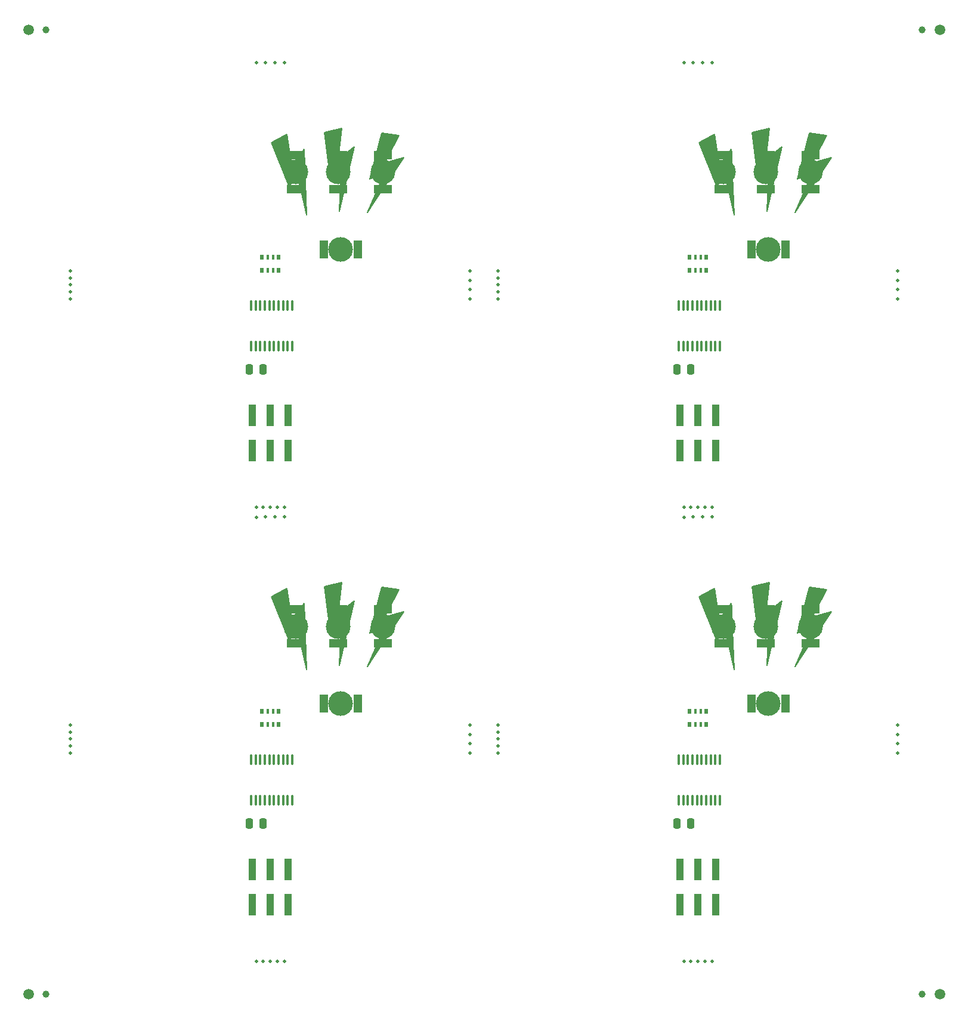
<source format=gbr>
%TF.GenerationSoftware,KiCad,Pcbnew,8.0.3*%
%TF.CreationDate,2024-07-17T13:05:47-05:00*%
%TF.ProjectId,LLTB_Panel,4c4c5442-5f50-4616-9e65-6c2e6b696361,rev?*%
%TF.SameCoordinates,Original*%
%TF.FileFunction,Soldermask,Bot*%
%TF.FilePolarity,Negative*%
%FSLAX46Y46*%
G04 Gerber Fmt 4.6, Leading zero omitted, Abs format (unit mm)*
G04 Created by KiCad (PCBNEW 8.0.3) date 2024-07-17 13:05:47*
%MOMM*%
%LPD*%
G01*
G04 APERTURE LIST*
G04 Aperture macros list*
%AMRoundRect*
0 Rectangle with rounded corners*
0 $1 Rounding radius*
0 $2 $3 $4 $5 $6 $7 $8 $9 X,Y pos of 4 corners*
0 Add a 4 corners polygon primitive as box body*
4,1,4,$2,$3,$4,$5,$6,$7,$8,$9,$2,$3,0*
0 Add four circle primitives for the rounded corners*
1,1,$1+$1,$2,$3*
1,1,$1+$1,$4,$5*
1,1,$1+$1,$6,$7*
1,1,$1+$1,$8,$9*
0 Add four rect primitives between the rounded corners*
20,1,$1+$1,$2,$3,$4,$5,0*
20,1,$1+$1,$4,$5,$6,$7,0*
20,1,$1+$1,$6,$7,$8,$9,0*
20,1,$1+$1,$8,$9,$2,$3,0*%
G04 Aperture macros list end*
%ADD10C,0.185207*%
%ADD11C,0.500000*%
%ADD12C,1.500000*%
%ADD13C,1.000000*%
%ADD14RoundRect,0.250000X0.250000X0.475000X-0.250000X0.475000X-0.250000X-0.475000X0.250000X-0.475000X0*%
%ADD15RoundRect,0.100000X0.100000X-0.637500X0.100000X0.637500X-0.100000X0.637500X-0.100000X-0.637500X0*%
%ADD16R,1.000000X3.150000*%
%ADD17C,3.500000*%
%ADD18R,2.600000X1.200000*%
%ADD19R,0.500000X0.800000*%
%ADD20R,0.400000X0.800000*%
%ADD21R,1.200000X2.600000*%
G04 APERTURE END LIST*
D10*
X188458066Y-40870529D02*
X190745527Y-39142944D01*
X188665204Y-48271591D01*
X188943982Y-42198257D01*
X187349103Y-43747863D01*
X186526960Y-37083953D01*
X188998418Y-36465149D01*
X188458066Y-40870529D01*
G36*
X188458066Y-40870529D02*
G01*
X190745527Y-39142944D01*
X188665204Y-48271591D01*
X188943982Y-42198257D01*
X187349103Y-43747863D01*
X186526960Y-37083953D01*
X188998418Y-36465149D01*
X188458066Y-40870529D01*
G37*
X136455705Y-101952546D02*
X134372506Y-105871689D01*
X137127145Y-105078599D01*
X131913575Y-112855408D01*
X134350335Y-107285355D01*
X132306054Y-108160523D01*
X133926644Y-101644578D01*
X136455705Y-101952546D01*
G36*
X136455705Y-101952546D02*
G01*
X134372506Y-105871689D01*
X137127145Y-105078599D01*
X131913575Y-112855408D01*
X134350335Y-107285355D01*
X132306054Y-108160523D01*
X133926644Y-101644578D01*
X136455705Y-101952546D01*
G37*
X127753617Y-40870529D02*
X130041078Y-39142944D01*
X127960755Y-48271591D01*
X128239533Y-42198257D01*
X126644654Y-43747863D01*
X125822511Y-37083953D01*
X128293969Y-36465149D01*
X127753617Y-40870529D01*
G36*
X127753617Y-40870529D02*
G01*
X130041078Y-39142944D01*
X127960755Y-48271591D01*
X128239533Y-42198257D01*
X126644654Y-43747863D01*
X125822511Y-37083953D01*
X128293969Y-36465149D01*
X127753617Y-40870529D01*
G37*
X121147775Y-41718811D02*
X122910142Y-39458053D01*
X123263383Y-48814071D01*
X121960771Y-42875534D01*
X120821290Y-44785141D01*
X118302423Y-38561081D01*
X120529504Y-37323684D01*
X121147775Y-41718811D01*
G36*
X121147775Y-41718811D02*
G01*
X122910142Y-39458053D01*
X123263383Y-48814071D01*
X121960771Y-42875534D01*
X120821290Y-44785141D01*
X118302423Y-38561081D01*
X120529504Y-37323684D01*
X121147775Y-41718811D01*
G37*
X127753617Y-105308152D02*
X130041078Y-103580567D01*
X127960755Y-112709214D01*
X128239533Y-106635880D01*
X126644654Y-108185486D01*
X125822511Y-101521576D01*
X128293969Y-100902772D01*
X127753617Y-105308152D01*
G36*
X127753617Y-105308152D02*
G01*
X130041078Y-103580567D01*
X127960755Y-112709214D01*
X128239533Y-106635880D01*
X126644654Y-108185486D01*
X125822511Y-101521576D01*
X128293969Y-100902772D01*
X127753617Y-105308152D01*
G37*
X136455705Y-37514923D02*
X134372506Y-41434066D01*
X137127145Y-40640976D01*
X131913575Y-48417785D01*
X134350335Y-42847732D01*
X132306054Y-43722900D01*
X133926644Y-37206955D01*
X136455705Y-37514923D01*
G36*
X136455705Y-37514923D02*
G01*
X134372506Y-41434066D01*
X137127145Y-40640976D01*
X131913575Y-48417785D01*
X134350335Y-42847732D01*
X132306054Y-43722900D01*
X133926644Y-37206955D01*
X136455705Y-37514923D01*
G37*
X188458066Y-105308152D02*
X190745527Y-103580567D01*
X188665204Y-112709214D01*
X188943982Y-106635880D01*
X187349103Y-108185486D01*
X186526960Y-101521576D01*
X188998418Y-100902772D01*
X188458066Y-105308152D01*
G36*
X188458066Y-105308152D02*
G01*
X190745527Y-103580567D01*
X188665204Y-112709214D01*
X188943982Y-106635880D01*
X187349103Y-108185486D01*
X186526960Y-101521576D01*
X188998418Y-100902772D01*
X188458066Y-105308152D01*
G37*
X197160154Y-37514923D02*
X195076955Y-41434066D01*
X197831594Y-40640976D01*
X192618024Y-48417785D01*
X195054784Y-42847732D01*
X193010503Y-43722900D01*
X194631093Y-37206955D01*
X197160154Y-37514923D01*
G36*
X197160154Y-37514923D02*
G01*
X195076955Y-41434066D01*
X197831594Y-40640976D01*
X192618024Y-48417785D01*
X195054784Y-42847732D01*
X193010503Y-43722900D01*
X194631093Y-37206955D01*
X197160154Y-37514923D01*
G37*
X197160154Y-101952546D02*
X195076955Y-105871689D01*
X197831594Y-105078599D01*
X192618024Y-112855408D01*
X195054784Y-107285355D01*
X193010503Y-108160523D01*
X194631093Y-101644578D01*
X197160154Y-101952546D01*
G36*
X197160154Y-101952546D02*
G01*
X195076955Y-105871689D01*
X197831594Y-105078599D01*
X192618024Y-112855408D01*
X195054784Y-107285355D01*
X193010503Y-108160523D01*
X194631093Y-101644578D01*
X197160154Y-101952546D01*
G37*
X121147775Y-106156434D02*
X122910142Y-103895676D01*
X123263383Y-113251694D01*
X121960771Y-107313157D01*
X120821290Y-109222764D01*
X118302423Y-102998704D01*
X120529504Y-101761307D01*
X121147775Y-106156434D01*
G36*
X121147775Y-106156434D02*
G01*
X122910142Y-103895676D01*
X123263383Y-113251694D01*
X121960771Y-107313157D01*
X120821290Y-109222764D01*
X118302423Y-102998704D01*
X120529504Y-101761307D01*
X121147775Y-106156434D01*
G37*
X181852224Y-41718811D02*
X183614591Y-39458053D01*
X183967832Y-48814071D01*
X182665220Y-42875534D01*
X181525739Y-44785141D01*
X179006872Y-38561081D01*
X181233953Y-37323684D01*
X181852224Y-41718811D01*
G36*
X181852224Y-41718811D02*
G01*
X183614591Y-39458053D01*
X183967832Y-48814071D01*
X182665220Y-42875534D01*
X181525739Y-44785141D01*
X179006872Y-38561081D01*
X181233953Y-37323684D01*
X181852224Y-41718811D01*
G37*
X181852224Y-106156434D02*
X183614591Y-103895676D01*
X183967832Y-113251694D01*
X182665220Y-107313157D01*
X181525739Y-109222764D01*
X179006872Y-102998704D01*
X181233953Y-101761307D01*
X181852224Y-106156434D01*
G36*
X181852224Y-106156434D02*
G01*
X183614591Y-103895676D01*
X183967832Y-113251694D01*
X182665220Y-107313157D01*
X181525739Y-109222764D01*
X179006872Y-102998704D01*
X181233953Y-101761307D01*
X181852224Y-106156434D01*
G37*
D11*
%TO.C,KiKit_MB_9_5*%
X89769914Y-121156886D03*
%TD*%
%TO.C,KiKit_MB_2_3*%
X146514260Y-59387064D03*
%TD*%
%TO.C,KiKit_MB_13_4*%
X150472110Y-122156885D03*
%TD*%
%TO.C,KiKit_MB_9_3*%
X89765409Y-123156884D03*
%TD*%
%TO.C,KiKit_MB_7_3*%
X179519549Y-27210456D03*
%TD*%
%TO.C,KiKit_MB_2_1*%
X146488066Y-56721866D03*
%TD*%
%TO.C,KiKit_MB_5_3*%
X150469857Y-58719261D03*
%TD*%
%TO.C,KiKit_MB_6_4*%
X207224812Y-60719722D03*
%TD*%
%TO.C,KiKit_MB_3_3*%
X118815100Y-27210456D03*
%TD*%
%TO.C,KiKit_MB_7_1*%
X176857149Y-27225892D03*
%TD*%
%TO.C,KiKit_MB_2_4*%
X146520363Y-60719722D03*
%TD*%
%TO.C,KiKit_MB_15_1*%
X176857149Y-91663514D03*
%TD*%
%TO.C,KiKit_MB_15_2*%
X178188206Y-91639284D03*
%TD*%
%TO.C,KiKit_MB_9_1*%
X89760905Y-125156883D03*
%TD*%
D12*
%TO.C,KiKit_TO_4*%
X213204449Y-159375246D03*
%TD*%
D11*
%TO.C,KiKit_MB_13_3*%
X150469857Y-123156884D03*
%TD*%
%TO.C,KiKit_MB_6_2*%
X207208742Y-58054433D03*
%TD*%
%TO.C,KiKit_MB_5_4*%
X150472110Y-57719263D03*
%TD*%
%TO.C,KiKit_MB_16_3*%
X178852125Y-154670708D03*
%TD*%
%TO.C,KiKit_MB_14_2*%
X207208742Y-122492055D03*
%TD*%
D12*
%TO.C,KiKit_TO_1*%
X83795551Y-22500000D03*
%TD*%
D11*
%TO.C,KiKit_MB_5_2*%
X150467605Y-59719261D03*
%TD*%
%TO.C,KiKit_MB_11_2*%
X117483758Y-91639284D03*
%TD*%
%TO.C,KiKit_MB_16_4*%
X177852125Y-154671202D03*
%TD*%
D12*
%TO.C,KiKit_TO_3*%
X83795551Y-159375246D03*
%TD*%
D11*
%TO.C,KiKit_MB_3_2*%
X117483758Y-27201662D03*
%TD*%
%TO.C,KiKit_MB_15_3*%
X179519549Y-91648078D03*
%TD*%
%TO.C,KiKit_MB_7_2*%
X178188206Y-27201662D03*
%TD*%
%TO.C,KiKit_MB_13_1*%
X150465353Y-125156883D03*
%TD*%
%TO.C,KiKit_MB_15_4*%
X180850892Y-91656871D03*
%TD*%
%TO.C,KiKit_MB_4_3*%
X118147677Y-90233085D03*
%TD*%
%TO.C,KiKit_MB_12_4*%
X117147677Y-154671202D03*
%TD*%
%TO.C,KiKit_MB_10_4*%
X146520363Y-125157345D03*
%TD*%
%TO.C,KiKit_MB_14_4*%
X207224812Y-125157345D03*
%TD*%
%TO.C,KiKit_MB_8_1*%
X180852125Y-90232099D03*
%TD*%
%TO.C,KiKit_MB_3_4*%
X120146443Y-27219249D03*
%TD*%
%TO.C,KiKit_MB_8_2*%
X179852125Y-90232592D03*
%TD*%
%TO.C,KiKit_MB_1_2*%
X89763157Y-59719261D03*
%TD*%
%TO.C,KiKit_MB_16_1*%
X180852125Y-154669722D03*
%TD*%
%TO.C,KiKit_MB_3_1*%
X116152701Y-27225892D03*
%TD*%
%TO.C,KiKit_MB_8_4*%
X177852125Y-90233579D03*
%TD*%
%TO.C,KiKit_MB_4_4*%
X117147677Y-90233579D03*
%TD*%
%TO.C,KiKit_MB_7_4*%
X180850892Y-27219249D03*
%TD*%
%TO.C,KiKit_MB_12_5*%
X116147677Y-154671695D03*
%TD*%
%TO.C,KiKit_MB_12_1*%
X120147676Y-154669722D03*
%TD*%
%TO.C,KiKit_MB_8_3*%
X178852125Y-90233085D03*
%TD*%
%TO.C,KiKit_MB_8_5*%
X176852125Y-90234072D03*
%TD*%
%TO.C,KiKit_MB_4_1*%
X120147676Y-90232099D03*
%TD*%
%TO.C,KiKit_MB_11_4*%
X120146443Y-91656871D03*
%TD*%
%TO.C,KiKit_MB_10_3*%
X146514260Y-123824687D03*
%TD*%
%TO.C,KiKit_MB_1_3*%
X89765409Y-58719261D03*
%TD*%
%TO.C,KiKit_MB_9_2*%
X89763157Y-124156884D03*
%TD*%
%TO.C,KiKit_MB_1_1*%
X89760905Y-60719260D03*
%TD*%
%TO.C,KiKit_MB_1_5*%
X89769914Y-56719264D03*
%TD*%
%TO.C,KiKit_MB_12_2*%
X119147676Y-154670215D03*
%TD*%
%TO.C,KiKit_MB_11_3*%
X118815100Y-91648078D03*
%TD*%
%TO.C,KiKit_MB_12_3*%
X118147677Y-154670708D03*
%TD*%
%TO.C,KiKit_MB_5_1*%
X150465353Y-60719260D03*
%TD*%
%TO.C,KiKit_MB_13_5*%
X150474362Y-121156886D03*
%TD*%
%TO.C,KiKit_MB_1_4*%
X89767662Y-57719263D03*
%TD*%
%TO.C,KiKit_MB_2_2*%
X146504293Y-58054433D03*
%TD*%
%TO.C,KiKit_MB_4_5*%
X116147677Y-90234072D03*
%TD*%
%TO.C,KiKit_MB_9_4*%
X89767662Y-122156885D03*
%TD*%
%TO.C,KiKit_MB_4_2*%
X119147676Y-90232592D03*
%TD*%
%TO.C,KiKit_MB_5_5*%
X150474362Y-56719264D03*
%TD*%
%TO.C,KiKit_MB_13_2*%
X150467605Y-124156884D03*
%TD*%
%TO.C,KiKit_MB_6_1*%
X207192515Y-56721866D03*
%TD*%
%TO.C,KiKit_MB_16_2*%
X179852125Y-154670215D03*
%TD*%
%TO.C,KiKit_MB_11_1*%
X116152701Y-91663514D03*
%TD*%
%TO.C,KiKit_MB_6_3*%
X207218709Y-59387064D03*
%TD*%
%TO.C,KiKit_MB_16_5*%
X176852125Y-154671695D03*
%TD*%
%TO.C,KiKit_MB_14_1*%
X207192515Y-121159488D03*
%TD*%
%TO.C,KiKit_MB_10_1*%
X146488066Y-121159488D03*
%TD*%
%TO.C,KiKit_MB_10_2*%
X146504293Y-122492055D03*
%TD*%
%TO.C,KiKit_MB_14_3*%
X207218709Y-123824687D03*
%TD*%
D12*
%TO.C,KiKit_TO_2*%
X213204449Y-22500000D03*
%TD*%
D13*
%TO.C,KiKit_FID_B_2*%
X210704449Y-22500000D03*
%TD*%
D14*
%TO.C,C1*%
X117097775Y-70718811D03*
X115197775Y-70718811D03*
%TD*%
D15*
%TO.C,U1*%
X181964724Y-131831434D03*
X181314724Y-131831434D03*
X180664724Y-131831434D03*
X180014724Y-131831434D03*
X179364724Y-131831434D03*
X178714724Y-131831434D03*
X178064724Y-131831434D03*
X177414724Y-131831434D03*
X176764724Y-131831434D03*
X176114724Y-131831434D03*
X176114724Y-126106434D03*
X176764724Y-126106434D03*
X177414724Y-126106434D03*
X178064724Y-126106434D03*
X178714724Y-126106434D03*
X179364724Y-126106434D03*
X180014724Y-126106434D03*
X180664724Y-126106434D03*
X181314724Y-126106434D03*
X181964724Y-126106434D03*
%TD*%
D16*
%TO.C,J1*%
X176312224Y-141631434D03*
X176312224Y-146681434D03*
X178852224Y-141631434D03*
X178852224Y-146681434D03*
X181392224Y-141631434D03*
X181392224Y-146681434D03*
%TD*%
D17*
%TO.C,D3*%
X194852224Y-107156434D03*
D18*
X194852224Y-109556434D03*
X194852224Y-104756434D03*
%TD*%
D13*
%TO.C,KiKit_FID_B_3*%
X86295551Y-159375246D03*
%TD*%
D15*
%TO.C,U1*%
X121260275Y-131831434D03*
X120610275Y-131831434D03*
X119960275Y-131831434D03*
X119310275Y-131831434D03*
X118660275Y-131831434D03*
X118010275Y-131831434D03*
X117360275Y-131831434D03*
X116710275Y-131831434D03*
X116060275Y-131831434D03*
X115410275Y-131831434D03*
X115410275Y-126106434D03*
X116060275Y-126106434D03*
X116710275Y-126106434D03*
X117360275Y-126106434D03*
X118010275Y-126106434D03*
X118660275Y-126106434D03*
X119310275Y-126106434D03*
X119960275Y-126106434D03*
X120610275Y-126106434D03*
X121260275Y-126106434D03*
%TD*%
D16*
%TO.C,J1*%
X176312224Y-77193811D03*
X176312224Y-82243811D03*
X178852224Y-77193811D03*
X178852224Y-82243811D03*
X181392224Y-77193811D03*
X181392224Y-82243811D03*
%TD*%
D15*
%TO.C,U1*%
X181964724Y-67393811D03*
X181314724Y-67393811D03*
X180664724Y-67393811D03*
X180014724Y-67393811D03*
X179364724Y-67393811D03*
X178714724Y-67393811D03*
X178064724Y-67393811D03*
X177414724Y-67393811D03*
X176764724Y-67393811D03*
X176114724Y-67393811D03*
X176114724Y-61668811D03*
X176764724Y-61668811D03*
X177414724Y-61668811D03*
X178064724Y-61668811D03*
X178714724Y-61668811D03*
X179364724Y-61668811D03*
X180014724Y-61668811D03*
X180664724Y-61668811D03*
X181314724Y-61668811D03*
X181964724Y-61668811D03*
%TD*%
D17*
%TO.C,D2*%
X127747775Y-107156434D03*
D18*
X127747775Y-109556434D03*
X127747775Y-104756434D03*
%TD*%
D19*
%TO.C,RN1*%
X119347775Y-121056434D03*
D20*
X118547775Y-121056434D03*
X117747775Y-121056434D03*
D19*
X116947775Y-121056434D03*
X116947775Y-119256434D03*
D20*
X117747775Y-119256434D03*
X118547775Y-119256434D03*
D19*
X119347775Y-119256434D03*
%TD*%
D17*
%TO.C,D3*%
X194852224Y-42718811D03*
D18*
X194852224Y-45118811D03*
X194852224Y-40318811D03*
%TD*%
D13*
%TO.C,KiKit_FID_B_4*%
X210704449Y-159375246D03*
%TD*%
D17*
%TO.C,D2*%
X188452224Y-107156434D03*
D18*
X188452224Y-109556434D03*
X188452224Y-104756434D03*
%TD*%
D17*
%TO.C,D1*%
X182452224Y-42718811D03*
D18*
X182452224Y-45118811D03*
X182452224Y-40318811D03*
%TD*%
D16*
%TO.C,J1*%
X115607775Y-141631434D03*
X115607775Y-146681434D03*
X118147775Y-141631434D03*
X118147775Y-146681434D03*
X120687775Y-141631434D03*
X120687775Y-146681434D03*
%TD*%
D17*
%TO.C,D2*%
X188452224Y-42718811D03*
D18*
X188452224Y-45118811D03*
X188452224Y-40318811D03*
%TD*%
D17*
%TO.C,D1*%
X121747775Y-107156434D03*
D18*
X121747775Y-109556434D03*
X121747775Y-104756434D03*
%TD*%
D14*
%TO.C,C1*%
X177802224Y-70718811D03*
X175902224Y-70718811D03*
%TD*%
D17*
%TO.C,D1*%
X121747775Y-42718811D03*
D18*
X121747775Y-45118811D03*
X121747775Y-40318811D03*
%TD*%
D19*
%TO.C,RN1*%
X180052224Y-121056434D03*
D20*
X179252224Y-121056434D03*
X178452224Y-121056434D03*
D19*
X177652224Y-121056434D03*
X177652224Y-119256434D03*
D20*
X178452224Y-119256434D03*
X179252224Y-119256434D03*
D19*
X180052224Y-119256434D03*
%TD*%
D17*
%TO.C,D1*%
X182452224Y-107156434D03*
D18*
X182452224Y-109556434D03*
X182452224Y-104756434D03*
%TD*%
D17*
%TO.C,D4*%
X128147775Y-53718811D03*
D21*
X130547775Y-53718811D03*
X125747775Y-53718811D03*
%TD*%
D17*
%TO.C,D3*%
X134147775Y-107156434D03*
D18*
X134147775Y-109556434D03*
X134147775Y-104756434D03*
%TD*%
D16*
%TO.C,J1*%
X115607775Y-77193811D03*
X115607775Y-82243811D03*
X118147775Y-77193811D03*
X118147775Y-82243811D03*
X120687775Y-77193811D03*
X120687775Y-82243811D03*
%TD*%
D19*
%TO.C,RN1*%
X119347775Y-56618811D03*
D20*
X118547775Y-56618811D03*
X117747775Y-56618811D03*
D19*
X116947775Y-56618811D03*
X116947775Y-54818811D03*
D20*
X117747775Y-54818811D03*
X118547775Y-54818811D03*
D19*
X119347775Y-54818811D03*
%TD*%
D14*
%TO.C,C1*%
X177802224Y-135156434D03*
X175902224Y-135156434D03*
%TD*%
%TO.C,C1*%
X117097775Y-135156434D03*
X115197775Y-135156434D03*
%TD*%
D17*
%TO.C,D4*%
X188852224Y-118156434D03*
D21*
X191252224Y-118156434D03*
X186452224Y-118156434D03*
%TD*%
D17*
%TO.C,D4*%
X188852224Y-53718811D03*
D21*
X191252224Y-53718811D03*
X186452224Y-53718811D03*
%TD*%
D13*
%TO.C,KiKit_FID_B_1*%
X86295551Y-22500000D03*
%TD*%
D19*
%TO.C,RN1*%
X180052224Y-56618811D03*
D20*
X179252224Y-56618811D03*
X178452224Y-56618811D03*
D19*
X177652224Y-56618811D03*
X177652224Y-54818811D03*
D20*
X178452224Y-54818811D03*
X179252224Y-54818811D03*
D19*
X180052224Y-54818811D03*
%TD*%
D17*
%TO.C,D2*%
X127747775Y-42718811D03*
D18*
X127747775Y-45118811D03*
X127747775Y-40318811D03*
%TD*%
D15*
%TO.C,U1*%
X121260275Y-67393811D03*
X120610275Y-67393811D03*
X119960275Y-67393811D03*
X119310275Y-67393811D03*
X118660275Y-67393811D03*
X118010275Y-67393811D03*
X117360275Y-67393811D03*
X116710275Y-67393811D03*
X116060275Y-67393811D03*
X115410275Y-67393811D03*
X115410275Y-61668811D03*
X116060275Y-61668811D03*
X116710275Y-61668811D03*
X117360275Y-61668811D03*
X118010275Y-61668811D03*
X118660275Y-61668811D03*
X119310275Y-61668811D03*
X119960275Y-61668811D03*
X120610275Y-61668811D03*
X121260275Y-61668811D03*
%TD*%
D17*
%TO.C,D3*%
X134147775Y-42718811D03*
D18*
X134147775Y-45118811D03*
X134147775Y-40318811D03*
%TD*%
D17*
%TO.C,D4*%
X128147775Y-118156434D03*
D21*
X130547775Y-118156434D03*
X125747775Y-118156434D03*
%TD*%
M02*

</source>
